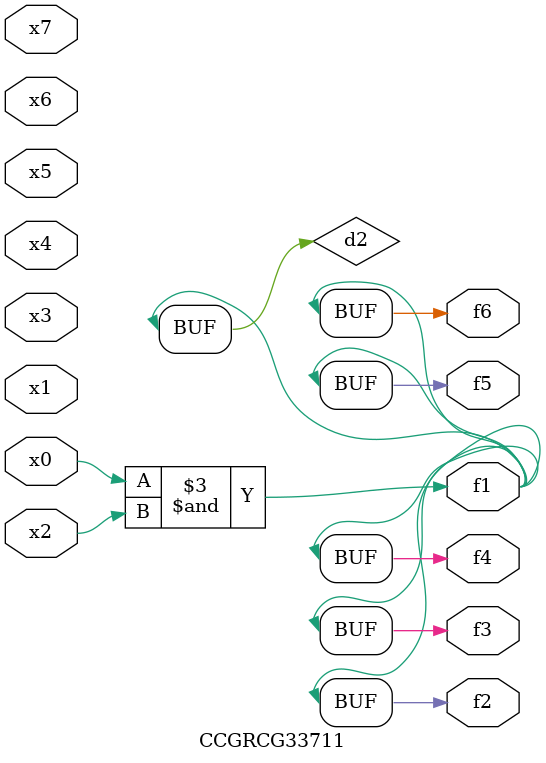
<source format=v>
module CCGRCG33711(
	input x0, x1, x2, x3, x4, x5, x6, x7,
	output f1, f2, f3, f4, f5, f6
);

	wire d1, d2;

	nor (d1, x3, x6);
	and (d2, x0, x2);
	assign f1 = d2;
	assign f2 = d2;
	assign f3 = d2;
	assign f4 = d2;
	assign f5 = d2;
	assign f6 = d2;
endmodule

</source>
